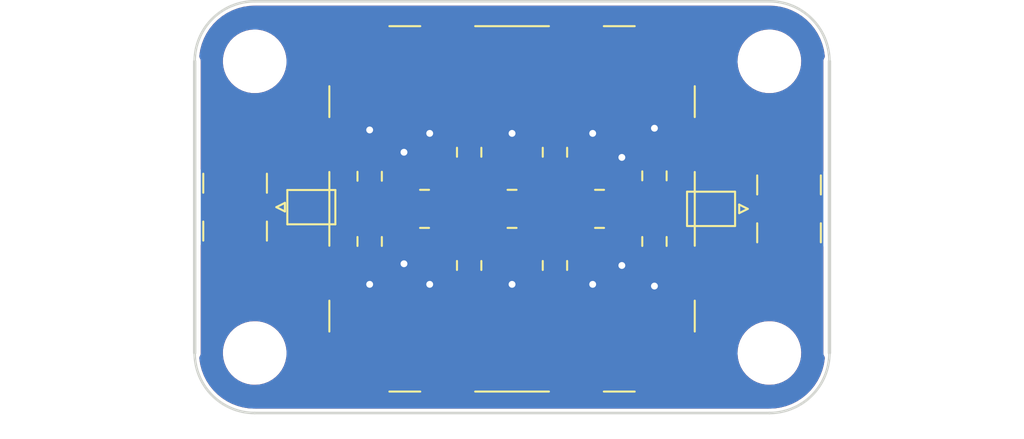
<source format=kicad_pcb>
(kicad_pcb (version 20211014) (generator pcbnew)
  (layers (0 "F.Cu" signal) (31 "B.Cu" signal) (34 "B.Paste" user) (35 "F.Paste" user) (36 "B.SilkS" user "B.Silkscreen") (37 "F.SilkS" user "F.Silkscreen") (38 "B.Mask" user) (39 "F.Mask" user) (44 "Edge.Cuts" user))
  (net 0 "")
  (net 1 "GND")
  (net 2 "Net-(JP1-Pad1)")
  (net 3 "Net-(R3-Pad1)")
  (net 4 "Net-(JP1-Pad2)")
  (net 5 "Net-(JP2-Pad1)")
  (net 6 "Net-(JP2-Pad2)")
  (net 7 "Net-(R6-Pad1)")
  (footprint "Connector_Coaxial:SMA_Samtec_SMA-J-P-X-ST-EM1_EdgeMount" (layer "F.Cu") (at 62 92.1 90)
    (fp_text reference "P2" hide)
    (fp_text value "BNC")
    (fp_line (start 0.84 2) (end 1.95 2) (layer "F.SilkS") (width 0.12))
    (fp_line (start -0.25 -2.76) (end 0 -2.26) (layer "F.SilkS") (width 0.12))
    (fp_line (start -1.95 2) (end -0.84 2) (layer "F.SilkS") (width 0.12))
    (fp_line (start 0.25 -2.76) (end -0.25 -2.76) (layer "F.SilkS") (width 0.12))
    (fp_line (start 0 -2.26) (end 0.25 -2.76) (layer "F.SilkS") (width 0.12))
    (fp_line (start 0.84 -1.71) (end 1.95 -1.71) (layer "F.SilkS") (width 0.12))
    (fp_line (start -1.95 -1.71) (end -0.84 -1.71) (layer "F.SilkS") (width 0.12))
    (pad "1" smd rect locked (at 0 0.2 90) (size 1.27 3.6) (layers "F.Cu" "F.Paste" "F.Mask") (net 6 "Net-(JP2-Pad2)"))
    (pad "2" smd rect locked (at -2.825 0 90) (size 1.35 4.2) (layers "F.Cu" "F.Paste" "F.Mask") (net 1 "GND"))
    (pad "2" smd rect locked (at 2.825 0 90) (size 1.35 4.2) (layers "B.Cu" "B.Paste" "B.Mask") (net 1 "GND"))
    (pad "2" smd rect locked (at 2.825 0 90) (size 1.35 4.2) (layers "F.Cu" "F.Paste" "F.Mask") (net 1 "GND"))
    (pad "2" smd rect locked (at -2.825 0 90) (size 1.35 4.2) (layers "B.Cu" "B.Paste" "B.Mask") (net 1 "GND"))
  )
  (footprint "Inductor_SMD:L_0805_2012Metric_Pad1.15x1.40mm_HandSolder" (layer "F.Cu") (at 37.7 90.2 90)
    (fp_text reference "R1" hide)
    (fp_text value "R")
    (fp_line (start -0.261252 0.71) (end 0.261252 0.71) (layer "F.SilkS") (width 0.12))
    (fp_line (start -0.261252 -0.71) (end 0.261252 -0.71) (layer "F.SilkS") (width 0.12))
    (pad "1" smd roundrect locked (at -1.025 0 90) (size 1.15 1.4) (layers "F.Cu" "F.Paste" "F.Mask") (roundrect_rratio 0.217391) (net 4 "Net-(JP1-Pad2)"))
    (pad "2" smd roundrect locked (at 1.025 0 90) (size 1.15 1.4) (layers "F.Cu" "F.Paste" "F.Mask") (roundrect_rratio 0.217391) (net 1 "GND"))
  )
  (footprint "Inductor_SMD:L_0805_2012Metric_Pad1.15x1.40mm_HandSolder" (layer "F.Cu") (at 37.7 94 90)
    (fp_text reference "R2" hide)
    (fp_text value "R")
    (fp_line (start -0.261252 0.71) (end 0.261252 0.71) (layer "F.SilkS") (width 0.12))
    (fp_line (start -0.261252 -0.71) (end 0.261252 -0.71) (layer "F.SilkS") (width 0.12))
    (pad "1" smd roundrect locked (at -1.025 0 90) (size 1.15 1.4) (layers "F.Cu" "F.Paste" "F.Mask") (roundrect_rratio 0.217391) (net 1 "GND"))
    (pad "2" smd roundrect locked (at 1.025 0 90) (size 1.15 1.4) (layers "F.Cu" "F.Paste" "F.Mask") (roundrect_rratio 0.217391) (net 4 "Net-(JP1-Pad2)"))
  )
  (footprint "hnch:L_1008_0805_0603_HandSolder_Combo" (layer "F.Cu") (at 40.9 92.1 180)
    (fp_text reference "R3" hide)
    (fp_text value "R")
    (fp_line (start -0.261252 1.11) (end 0.261252 1.11) (layer "F.SilkS") (width 0.12))
    (fp_line (start -0.261252 -1.11) (end 0.261252 -1.11) (layer "F.SilkS") (width 0.12))
    (pad "1" smd roundrect (at -1.1625 0 180) (size 1.425 2.2) (layers "F.Cu" "F.Paste" "F.Mask") (roundrect_rratio 0.175439) (net 3 "Net-(R3-Pad1)"))
    (pad "1" smd roundrect (at -0.7875 0.025 180) (size 0.875 0.95) (layers "F.Cu" "F.Paste" "F.Mask") (net 3 "Net-(R3-Pad1)"))
    (pad "2" smd roundrect (at 0.7875 0.025 180) (size 0.875 0.95) (layers "F.Cu" "F.Paste" "F.Mask") (net 4 "Net-(JP1-Pad2)"))
    (pad "2" smd roundrect (at 1.1625 0 180) (size 1.425 2.2) (layers "F.Cu" "F.Paste" "F.Mask") (roundrect_rratio 0.175439) (net 4 "Net-(JP1-Pad2)"))
  )
  (footprint "Inductor_SMD:L_0805_2012Metric_Pad1.15x1.40mm_HandSolder" (layer "F.Cu") (at 43.5 88.8 90)
    (fp_text reference "R4" hide)
    (fp_text value "R")
    (fp_line (start -0.261252 -0.71) (end 0.261252 -0.71) (layer "F.SilkS") (width 0.12))
    (fp_line (start -0.261252 0.71) (end 0.261252 0.71) (layer "F.SilkS") (width 0.12))
    (pad "1" smd roundrect locked (at -1.025 0 90) (size 1.15 1.4) (layers "F.Cu" "F.Paste" "F.Mask") (roundrect_rratio 0.217391) (net 3 "Net-(R3-Pad1)"))
    (pad "2" smd roundrect locked (at 1.025 0 90) (size 1.15 1.4) (layers "F.Cu" "F.Paste" "F.Mask") (roundrect_rratio 0.217391) (net 1 "GND"))
  )
  (footprint "Inductor_SMD:L_0805_2012Metric_Pad1.15x1.40mm_HandSolder" (layer "F.Cu") (at 43.5 95.4 90)
    (fp_text reference "R5" hide)
    (fp_text value "R")
    (fp_line (start -0.261252 0.71) (end 0.261252 0.71) (layer "F.SilkS") (width 0.12))
    (fp_line (start -0.261252 -0.71) (end 0.261252 -0.71) (layer "F.SilkS") (width 0.12))
    (pad "1" smd roundrect locked (at -1.025 0 90) (size 1.15 1.4) (layers "F.Cu" "F.Paste" "F.Mask") (roundrect_rratio 0.217391) (net 1 "GND"))
    (pad "2" smd roundrect locked (at 1.025 0 90) (size 1.15 1.4) (layers "F.Cu" "F.Paste" "F.Mask") (roundrect_rratio 0.217391) (net 3 "Net-(R3-Pad1)"))
  )
  (footprint "hnch:L_1008_0805_0603_HandSolder_Combo" (layer "F.Cu") (at 46 92.1 180)
    (fp_text reference "R6" hide)
    (fp_text value "R")
    (fp_line (start -0.261252 -1.11) (end 0.261252 -1.11) (layer "F.SilkS") (width 0.12))
    (fp_line (start -0.261252 1.11) (end 0.261252 1.11) (layer "F.SilkS") (width 0.12))
    (pad "1" smd roundrect (at -0.7875 0.025 180) (size 0.875 0.95) (layers "F.Cu" "F.Paste" "F.Mask") (net 7 "Net-(R6-Pad1)"))
    (pad "1" smd roundrect (at -1.1625 0 180) (size 1.425 2.2) (layers "F.Cu" "F.Paste" "F.Mask") (roundrect_rratio 0.175439) (net 7 "Net-(R6-Pad1)"))
    (pad "2" smd roundrect (at 1.1625 0 180) (size 1.425 2.2) (layers "F.Cu" "F.Paste" "F.Mask") (roundrect_rratio 0.175439) (net 3 "Net-(R3-Pad1)"))
    (pad "2" smd roundrect (at 0.7875 0.025 180) (size 0.875 0.95) (layers "F.Cu" "F.Paste" "F.Mask") (net 3 "Net-(R3-Pad1)"))
  )
  (footprint "Inductor_SMD:L_0805_2012Metric_Pad1.15x1.40mm_HandSolder" (layer "F.Cu") (at 48.5 88.8 90)
    (fp_text reference "R7" hide)
    (fp_text value "R")
    (fp_line (start -0.261252 -0.71) (end 0.261252 -0.71) (layer "F.SilkS") (width 0.12))
    (fp_line (start -0.261252 0.71) (end 0.261252 0.71) (layer "F.SilkS") (width 0.12))
    (pad "1" smd roundrect locked (at -1.025 0 90) (size 1.15 1.4) (layers "F.Cu" "F.Paste" "F.Mask") (roundrect_rratio 0.217391) (net 7 "Net-(R6-Pad1)"))
    (pad "2" smd roundrect locked (at 1.025 0 90) (size 1.15 1.4) (layers "F.Cu" "F.Paste" "F.Mask") (roundrect_rratio 0.217391) (net 1 "GND"))
  )
  (footprint "Inductor_SMD:L_0805_2012Metric_Pad1.15x1.40mm_HandSolder" (layer "F.Cu") (at 48.5 95.4 90)
    (fp_text reference "R8" hide)
    (fp_text value "R")
    (fp_line (start -0.261252 0.71) (end 0.261252 0.71) (layer "F.SilkS") (width 0.12))
    (fp_line (start -0.261252 -0.71) (end 0.261252 -0.71) (layer "F.SilkS") (width 0.12))
    (pad "1" smd roundrect locked (at -1.025 0 90) (size 1.15 1.4) (layers "F.Cu" "F.Paste" "F.Mask") (roundrect_rratio 0.217391) (net 1 "GND"))
    (pad "2" smd roundrect locked (at 1.025 0 90) (size 1.15 1.4) (layers "F.Cu" "F.Paste" "F.Mask") (roundrect_rratio 0.217391) (net 7 "Net-(R6-Pad1)"))
  )
  (footprint "hnch:L_1008_0805_0603_HandSolder_Combo" (layer "F.Cu") (at 51.1 92.1 180)
    (fp_text reference "R9" hide)
    (fp_text value "R")
    (fp_line (start -0.261252 1.11) (end 0.261252 1.11) (layer "F.SilkS") (width 0.12))
    (fp_line (start -0.261252 -1.11) (end 0.261252 -1.11) (layer "F.SilkS") (width 0.12))
    (pad "1" smd roundrect (at -1.1625 0 180) (size 1.425 2.2) (layers "F.Cu" "F.Paste" "F.Mask") (roundrect_rratio 0.175439) (net 5 "Net-(JP2-Pad1)"))
    (pad "1" smd roundrect (at -0.7875 0.025 180) (size 0.875 0.95) (layers "F.Cu" "F.Paste" "F.Mask") (net 5 "Net-(JP2-Pad1)"))
    (pad "2" smd roundrect (at 0.7875 0.025 180) (size 0.875 0.95) (layers "F.Cu" "F.Paste" "F.Mask") (net 7 "Net-(R6-Pad1)"))
    (pad "2" smd roundrect (at 1.1625 0 180) (size 1.425 2.2) (layers "F.Cu" "F.Paste" "F.Mask") (roundrect_rratio 0.175439) (net 7 "Net-(R6-Pad1)"))
  )
  (footprint "Connector_Coaxial:SMA_Samtec_SMA-J-P-X-ST-EM1_EdgeMount" (layer "F.Cu") (at 30 92 -90)
    (fp_text reference "P1" hide)
    (fp_text value "BNC")
    (fp_line (start 0.25 -2.76) (end -0.25 -2.76) (layer "F.SilkS") (width 0.12))
    (fp_line (start 0.84 2) (end 1.95 2) (layer "F.SilkS") (width 0.12))
    (fp_line (start 0 -2.26) (end 0.25 -2.76) (layer "F.SilkS") (width 0.12))
    (fp_line (start -1.95 2) (end -0.84 2) (layer "F.SilkS") (width 0.12))
    (fp_line (start -1.95 -1.71) (end -0.84 -1.71) (layer "F.SilkS") (width 0.12))
    (fp_line (start 0.84 -1.71) (end 1.95 -1.71) (layer "F.SilkS") (width 0.12))
    (fp_line (start -0.25 -2.76) (end 0 -2.26) (layer "F.SilkS") (width 0.12))
    (pad "1" smd rect locked (at 0 0.2 270) (size 1.27 3.6) (layers "F.Cu" "F.Paste" "F.Mask") (net 2 "Net-(JP1-Pad1)"))
    (pad "2" smd rect locked (at -2.825 0 270) (size 1.35 4.2) (layers "F.Cu" "F.Paste" "F.Mask") (net 1 "GND"))
    (pad "2" smd rect locked (at 2.825 0 270) (size 1.35 4.2) (layers "B.Cu" "B.Paste" "B.Mask") (net 1 "GND"))
    (pad "2" smd rect locked (at 2.825 0 270) (size 1.35 4.2) (layers "F.Cu" "F.Paste" "F.Mask") (net 1 "GND"))
    (pad "2" smd rect locked (at -2.825 0 270) (size 1.35 4.2) (layers "B.Cu" "B.Paste" "B.Mask") (net 1 "GND"))
  )
  (footprint "Inductor_SMD:L_0805_2012Metric_Pad1.15x1.40mm_HandSolder" (layer "F.Cu") (at 54.3 94 -90)
    (fp_text reference "R10" hide)
    (fp_text value "R")
    (fp_line (start -0.261252 -0.71) (end 0.261252 -0.71) (layer "F.SilkS") (width 0.12))
    (fp_line (start -0.261252 0.71) (end 0.261252 0.71) (layer "F.SilkS") (width 0.12))
    (pad "1" smd roundrect locked (at -1.025 0 270) (size 1.15 1.4) (layers "F.Cu" "F.Paste" "F.Mask") (roundrect_rratio 0.217391) (net 5 "Net-(JP2-Pad1)"))
    (pad "2" smd roundrect locked (at 1.025 0 270) (size 1.15 1.4) (layers "F.Cu" "F.Paste" "F.Mask") (roundrect_rratio 0.217391) (net 1 "GND"))
  )
  (footprint "Inductor_SMD:L_0805_2012Metric_Pad1.15x1.40mm_HandSolder" (layer "F.Cu") (at 54.3 90.175 -90)
    (fp_text reference "R11" hide)
    (fp_text value "R")
    (fp_line (start -0.261252 -0.71) (end 0.261252 -0.71) (layer "F.SilkS") (width 0.12))
    (fp_line (start -0.261252 0.71) (end 0.261252 0.71) (layer "F.SilkS") (width 0.12))
    (pad "1" smd roundrect locked (at -1.025 0 270) (size 1.15 1.4) (layers "F.Cu" "F.Paste" "F.Mask") (roundrect_rratio 0.217391) (net 1 "GND"))
    (pad "2" smd roundrect locked (at 1.025 0 270) (size 1.15 1.4) (layers "F.Cu" "F.Paste" "F.Mask") (roundrect_rratio 0.217391) (net 5 "Net-(JP2-Pad1)"))
  )
  (footprint "Jumper:SolderJumper-2_P1.3mm_Bridged2Bar_Pad1.0x1.5mm" (layer "F.Cu") (at 34.3 92)
    (fp_text reference "JP1" hide)
    (fp_text value "SolderJumper_2_Bridged")
    (fp_poly (pts (xy -0.25 0.2) (xy 0.25 0.2) (xy 0.25 0.6) (xy -0.25 0.6)) (layer "F.Cu") (width 0) (fill solid))
    (fp_poly (pts (xy -0.25 -0.6) (xy 0.25 -0.6) (xy 0.25 -0.2) (xy -0.25 -0.2)) (layer "F.Cu") (width 0) (fill solid))
    (fp_line (start -1.4 1) (end -1.4 -1) (layer "F.SilkS") (width 0.12))
    (fp_line (start 1.4 -1) (end 1.4 1) (layer "F.SilkS") (width 0.12))
    (fp_line (start 1.4 1) (end -1.4 1) (layer "F.SilkS") (width 0.12))
    (fp_line (start -1.4 -1) (end 1.4 -1) (layer "F.SilkS") (width 0.12))
    (pad "1" smd rect locked (at -0.65 0) (size 1 1.5) (layers "F.Cu" "F.Mask") (net 2 "Net-(JP1-Pad1)"))
    (pad "2" smd rect locked (at 0.65 0) (size 1 1.5) (layers "F.Cu" "F.Mask") (net 4 "Net-(JP1-Pad2)"))
  )
  (footprint "MountingHole:MountingHole_3.2mm_M3" (layer "F.Cu") (at 31 83.5)
    (fp_text reference "H4" hide)
    (fp_text value "MountingHole")
    (pad "" np_thru_hole circle locked (at 0 0) (size 3.2 3.2) (drill 3.2) (layers *.Cu *.Mask))
  )
  (footprint "MountingHole:MountingHole_3.2mm_M3" (layer "F.Cu") (at 31 100.5)
    (fp_text reference "H3" hide)
    (fp_text value "MountingHole")
    (pad "" np_thru_hole circle locked (at 0 0) (size 3.2 3.2) (drill 3.2) (layers *.Cu *.Mask))
  )
  (footprint "MountingHole:MountingHole_3.2mm_M3" (layer "F.Cu") (at 61 83.5)
    (fp_text reference "H2" hide)
    (fp_text value "MountingHole")
    (pad "" np_thru_hole circle locked (at 0 0) (size 3.2 3.2) (drill 3.2) (layers *.Cu *.Mask))
  )
  (footprint "Jumper:SolderJumper-2_P1.3mm_Bridged2Bar_Pad1.0x1.5mm" (layer "F.Cu") (at 57.6 92.1)
    (fp_text reference "JP2" hide)
    (fp_text value "SolderJumper_2_Bridged")
    (fp_poly (pts (xy -0.25 0.2) (xy 0.25 0.2) (xy 0.25 0.6) (xy -0.25 0.6)) (layer "F.Cu") (width 0) (fill solid))
    (fp_poly (pts (xy -0.25 -0.6) (xy 0.25 -0.6) (xy 0.25 -0.2) (xy -0.25 -0.2)) (layer "F.Cu") (width 0) (fill solid))
    (fp_line (start -1.4 -1) (end 1.4 -1) (layer "F.SilkS") (width 0.12))
    (fp_line (start 1.4 1) (end -1.4 1) (layer "F.SilkS") (width 0.12))
    (fp_line (start 1.4 -1) (end 1.4 1) (layer "F.SilkS") (width 0.12))
    (fp_line (start -1.4 1) (end -1.4 -1) (layer "F.SilkS") (width 0.12))
    (pad "1" smd rect locked (at -0.65 0) (size 1 1.5) (layers "F.Cu" "F.Mask") (net 5 "Net-(JP2-Pad1)"))
    (pad "2" smd rect locked (at 0.65 0) (size 1 1.5) (layers "F.Cu" "F.Mask") (net 6 "Net-(JP2-Pad2)"))
  )
  (footprint "RF_Shielding:Wuerth_36103205_20x20mm" (layer "F.Cu") (at 46 92.1)
    (fp_text reference "J1" hide)
    (fp_text value "RFShield_OnePiece")
    (fp_line (start -7.15 -10.65) (end -5.35 -10.65) (layer "F.SilkS") (width 0.12))
    (fp_line (start -2.15 -10.65) (end 2.15 -10.65) (layer "F.SilkS") (width 0.12))
    (fp_line (start 10.65 5.35) (end 10.65 7.15) (layer "F.SilkS") (width 0.12))
    (fp_line (start -7.15 10.65) (end -5.35 10.65) (layer "F.SilkS") (width 0.12))
    (fp_line (start 10.65 -2.15) (end 10.65 2.15) (layer "F.SilkS") (width 0.12))
    (fp_line (start 5.35 -10.65) (end 7.15 -10.65) (layer "F.SilkS") (width 0.12))
    (fp_line (start -10.65 -7.15) (end -10.65 -5.35) (layer "F.SilkS") (width 0.12))
    (fp_line (start -10.65 -2.15) (end -10.65 2.15) (layer "F.SilkS") (width 0.12))
    (fp_line (start -2.15 10.65) (end 2.15 10.65) (layer "F.SilkS") (width 0.12))
    (fp_line (start 10.65 -7.15) (end 10.65 -5.35) (layer "F.SilkS") (width 0.12))
    (fp_line (start -10.65 5.35) (end -10.65 7.15) (layer "F.SilkS") (width 0.12))
    (fp_line (start 5.35 10.65) (end 7.15 10.65) (layer "F.SilkS") (width 0.12))
    (pad "1" smd rect locked (at -10.25 3.75) (size 1 2.6) (layers "F.Cu" "F.Paste" "F.Mask") (net 1 "GND"))
    (pad "1" smd rect locked (at 10.25 10.25) (size 1 1) (layers "F.Cu" "F.Paste" "F.Mask") (net 1 "GND"))
    (pad "1" smd rect locked (at -10.25 -10.25) (size 1 1) (layers "F.Cu" "F.Paste" "F.Mask") (net 1 "GND"))
    (pad "1" smd rect locked (at -10.25 8.6) (size 1 2.3) (layers "F.Cu" "F.Paste" "F.Mask") (net 1 "GND"))
    (pad "1" smd rect locked (at 10.25 8.6) (size 1 2.3) (layers "F.Cu" "F.Paste" "F.Mask") (net 1 "GND"))
    (pad "1" smd rect locked (at -3.75 10.25) (size 2.6 1) (layers "F.Cu" "F.Paste" "F.Mask") (net 1 "GND"))
    (pad "1" smd rect locked (at -10.25 10.25) (size 1 1) (layers "F.Cu" "F.Paste" "F.Mask") (net 1 "GND"))
    (pad "1" smd rect locked (at -8.6 -10.25) (size 2.3 1) (layers "F.Cu" "F.Paste" "F.Mask") (net 1 "GND"))
    (pad "1" smd rect locked (at -10.25 -8.6) (size 1 2.3) (layers "F.Cu" "F.Paste" "F.Mask") (net 1 "GND"))
    (pad "1" smd rect locked (at 8.6 -10.25) (size 2.3 1) (layers "F.Cu" "F.Paste" "F.Mask") (net 1 "GND"))
    (pad "1" smd rect locked (at 10.25 -8.6) (size 1 2.3) (layers "F.Cu" "F.Paste" "F.Mask") (net 1 "GND"))
    (pad "1" smd rect locked (at -3.75 -10.25) (size 2.6 1) (layers "F.Cu" "F.Paste" "F.Mask") (net 1 "GND"))
    (pad "1" smd rect locked (at 10.25 3.75) (size 1 2.6) (layers "F.Cu" "F.Paste" "F.Mask") (net 1 "GND"))
    (pad "1" smd rect locked (at 10.25 -3.75) (size 1 2.6) (layers "F.Cu" "F.Paste" "F.Mask") (net 1 "GND"))
    (pad "1" smd rect locked (at 3.75 10.25) (size 2.6 1) (layers "F.Cu" "F.Paste" "F.Mask") (net 1 "GND"))
    (pad "1" smd rect locked (at 8.6 10.25) (size 2.3 1) (layers "F.Cu" "F.Paste" "F.Mask") (net 1 "GND"))
    (pad "1" smd rect locked (at 10.25 -10.25) (size 1 1) (layers "F.Cu" "F.Paste" "F.Mask") (net 1 "GND"))
    (pad "1" smd rect locked (at -10.25 -3.75) (size 1 2.6) (layers "F.Cu" "F.Paste" "F.Mask") (net 1 "GND"))
    (pad "1" smd rect locked (at 3.75 -10.25) (size 2.6 1) (layers "F.Cu" "F.Paste" "F.Mask") (net 1 "GND"))
    (pad "1" smd rect locked (at -8.6 10.25) (size 2.3 1) (layers "F.Cu" "F.Paste" "F.Mask") (net 1 "GND"))
  )
  (footprint "MountingHole:MountingHole_3.2mm_M3" (layer "F.Cu") (at 61 100.5)
    (fp_text reference "H1" hide)
    (fp_text value "MountingHole")
    (pad "" np_thru_hole circle locked (at 0 0) (size 3.2 3.2) (drill 3.2) (layers *.Cu *.Mask))
  )
  (gr_line (start 61 80) (end 31 80) (layer "Edge.Cuts") (width 0.15))
  (gr_arc (start 31 104) (mid 28.525126 102.974874) (end 27.5 100.5) (layer "Edge.Cuts") (width 0.15))
  (gr_arc (start 27.5 83.5) (mid 28.525126 81.025126) (end 31 80) (layer "Edge.Cuts") (width 0.15))
  (gr_line (start 64.5 100.5) (end 64.5 83.5) (layer "Edge.Cuts") (width 0.2))
  (gr_arc (start 61 80) (mid 63.474874 81.025126) (end 64.5 83.5) (layer "Edge.Cuts") (width 0.15))
  (gr_arc (start 64.5 100.5) (mid 63.474874 102.974874) (end 61 104) (layer "Edge.Cuts") (width 0.15))
  (gr_line (start 31 104) (end 61 104) (layer "Edge.Cuts") (width 0.15))
  (gr_line (start 27.5 83.5) (end 27.5 100.5) (layer "Edge.Cuts") (width 0.2))
  (segment (start 34.75 80.75) (end 35.75 81.75) (width 0.25) (layer "F.Cu") (net 1))
  (segment (start 56.25 88.75) (end 56.25 88.25) (width 0.25) (layer "F.Cu") (net 1))
  (segment (start 56.25 81.75) (end 56.75 81.75) (width 0.25) (layer "F.Cu") (net 1))
  (segment (start 56.75 102.25) (end 57.75 103.25) (width 0.25) (layer "F.Cu") (net 1))
  (segment (start 56.25 102.25) (end 56.75 102.25) (width 0.25) (layer "F.Cu") (net 1))
  (segment (start 34.25 80.75) (end 34.75 80.75) (width 0.25) (layer "F.Cu") (net 1))
  (segment (start 56.25 100.6) (end 56.25 102.25) (width 0.25) (layer "F.Cu") (net 1))
  (segment (start 35.75 102.25) (end 35.75 100.6) (width 0.25) (layer "F.Cu") (net 1))
  (segment (start 56.75 81.75) (end 57.75 80.75) (width 0.25) (layer "F.Cu") (net 1))
  (segment (start 37.4 81.75) (end 35.75 81.75) (width 0.25) (layer "F.Cu") (net 1))
  (via (at 41.2 96.5) (size 0.6) (drill 0.4) (layers "F.Cu" "B.Cu") (net 1))
  (via (at 39.7 88.8) (size 0.6) (drill 0.4) (layers "F.Cu" "B.Cu") (net 1))
  (via (at 39.7 95.3) (size 0.6) (drill 0.4) (layers "F.Cu" "B.Cu") (net 1))
  (via (at 46 96.5) (size 0.6) (drill 0.4) (layers "F.Cu" "B.Cu") (net 1))
  (via (at 50.7 96.5) (size 0.6) (drill 0.4) (layers "F.Cu" "B.Cu") (net 1))
  (via (at 46 87.7) (size 0.6) (drill 0.4) (layers "F.Cu" "B.Cu") (net 1))
  (via (at 41.2 87.7) (size 0.6) (drill 0.4) (layers "F.Cu" "B.Cu") (net 1))
  (via (at 54.3 87.4) (size 0.6) (drill 0.4) (layers "F.Cu" "B.Cu") (net 1))
  (via (at 52.4 89.1) (size 0.6) (drill 0.4) (layers "F.Cu" "B.Cu") (net 1))
  (via (at 54.3 96.6) (size 0.6) (drill 0.4) (layers "F.Cu" "B.Cu") (net 1))
  (via (at 52.4 95.4) (size 0.6) (drill 0.4) (layers "F.Cu" "B.Cu") (net 1))
  (via (at 37.7 96.5) (size 0.6) (drill 0.4) (layers "F.Cu" "B.Cu") (net 1))
  (via (at 50.7 87.7) (size 0.6) (drill 0.4) (layers "F.Cu" "B.Cu") (net 1))
  (via (at 37.7 87.5) (size 0.6) (drill 0.4) (layers "F.Cu" "B.Cu") (net 1))
  (zone (net 0) (net_name "") (layer "F.Cu") (connect_pads yes (clearance 0)) (min_thickness 0.254)
    (keepout (tracks allowed) (vias allowed) (pads allowed) (copperpour not_allowed) (footprints allowed))
    (fill yes (thermal_gap 0.508) (thermal_bridge_width 0.508))
    (polygon (pts (xy 27.910129 94.1) (xy 36.5 94.1) (xy 36.494936 93.4) (xy 27.905065 93.4)))
  )
  (zone (net 0) (net_name "") (layer "F.Cu") (connect_pads yes (clearance 0)) (min_thickness 0.254)
    (keepout (tracks allowed) (vias allowed) (pads allowed) (copperpour not_allowed) (footprints allowed))
    (fill (thermal_gap 0.508) (thermal_bridge_width 0.508))
    (polygon (pts (xy 55.5 90.7) (xy 64.243672 90.7) (xy 64.243672 90) (xy 55.5 90)))
  )
  (zone (net 0) (net_name "") (layer "F.Cu") (connect_pads yes (clearance 0)) (min_thickness 0.254)
    (keepout (tracks allowed) (vias allowed) (pads allowed) (copperpour not_allowed) (footprints allowed))
    (fill (thermal_gap 0.508) (thermal_bridge_width 0.508))
    (polygon (pts (xy 55.5 94.2) (xy 64.143184 94.2) (xy 64.143184 93.5) (xy 55.5 93.5)))
  )
  (zone (net 4) (net_name "Net-(JP1-Pad2)") (layer "F.Cu") (priority 1) (connect_pads yes (clearance 0.254)) (min_thickness 0.254) (fill yes (thermal_gap 0.508) (thermal_bridge_width 0.508) (smoothing fillet))
    (polygon (pts (xy 40.4 93.5875) (xy 34.5 93.5875) (xy 34.5 90.5875) (xy 40.4 90.5875)))
  )
  (zone (net 0) (net_name "") (layer "F.Cu") (connect_pads yes (clearance 0)) (min_thickness 0.254)
    (keepout (tracks allowed) (vias allowed) (pads allowed) (copperpour not_allowed) (footprints allowed))
    (fill yes (thermal_gap 0.508) (thermal_bridge_width 0.508))
    (polygon (pts (xy 27.8 90.6) (xy 36.5 90.6) (xy 36.5 89.9) (xy 27.8 89.9)))
  )
  (zone (net 0) (net_name "") (layer "F.Cu") (connect_pads yes (clearance 0)) (min_thickness 0.254)
    (keepout (tracks allowed) (vias allowed) (pads allowed) (copperpour not_allowed) (footprints allowed))
    (fill (thermal_gap 0.508) (thermal_bridge_width 0.508))
    (polygon (pts (xy 51.7 90.6) (xy 55.543672 90.6) (xy 55.543672 89.7) (xy 51.7 89.7)))
  )
  (zone (net 0) (net_name "") (layer "F.Cu") (connect_pads yes (clearance 0)) (min_thickness 0.254)
    (keepout (tracks allowed) (vias allowed) (pads allowed) (copperpour not_allowed) (footprints allowed))
    (fill (thermal_gap 0.508) (thermal_bridge_width 0.508))
    (polygon (pts (xy 45.6 95.2) (xy 46.5 95.2) (xy 46.5 89) (xy 45.6 89)))
  )
  (zone (net 0) (net_name "") (layer "F.Cu") (connect_pads yes (clearance 0)) (min_thickness 0.254)
    (keepout (tracks allowed) (vias allowed) (pads allowed) (copperpour not_allowed) (footprints allowed))
    (fill (thermal_gap 0.508) (thermal_bridge_width 0.508))
    (polygon (pts (xy 40.4 89.3) (xy 51.7 89.3) (xy 51.7 88.1) (xy 40.4 88.1)))
  )
  (zone (net 5) (net_name "Net-(JP2-Pad1)") (layer "F.Cu") (priority 1) (connect_pads yes (clearance 0.254)) (min_thickness 0.254) (fill yes (thermal_gap 0.508) (thermal_bridge_width 0.508) (smoothing fillet))
    (polygon (pts (xy 57.4 93.5875) (xy 51.7 93.5875) (xy 51.7 90.4875) (xy 57.4 90.4875)))
  )
  (zone (net 0) (net_name "") (layer "F.Cu") (connect_pads yes (clearance 0)) (min_thickness 0.254)
    (keepout (tracks allowed) (vias allowed) (pads allowed) (copperpour not_allowed) (footprints allowed))
    (fill (thermal_gap 0.508) (thermal_bridge_width 0.508))
    (polygon (pts (xy 50.7 95.2) (xy 51.7 95.2) (xy 51.7 89) (xy 50.7 89)))
  )
  (zone (net 7) (net_name "Net-(R6-Pad1)") (layer "F.Cu") (priority 1) (connect_pads yes (clearance 0.254)) (min_thickness 0.254) (fill yes (thermal_gap 0.508) (thermal_bridge_width 0.508) (smoothing fillet))
    (polygon (pts (xy 50.7 94.8875) (xy 46.5 94.8875) (xy 46.5 89.2875) (xy 50.7 89.2875)))
  )
  (zone (net 0) (net_name "") (layer "F.Cu") (connect_pads yes (clearance 0)) (min_thickness 0.254)
    (keepout (tracks allowed) (vias allowed) (pads allowed) (copperpour not_allowed) (footprints allowed))
    (fill (thermal_gap 0.508) (thermal_bridge_width 0.508))
    (polygon (pts (xy 36.593443 90.3) (xy 40.437115 90.3) (xy 40.437115 89.4) (xy 36.593443 89.4)))
  )
  (zone (net 0) (net_name "") (layer "F.Cu") (connect_pads yes (clearance 0)) (min_thickness 0.254)
    (keepout (tracks allowed) (vias allowed) (pads allowed) (copperpour not_allowed) (footprints allowed))
    (fill (thermal_gap 0.508) (thermal_bridge_width 0.508))
    (polygon (pts (xy 40.4 95.2) (xy 41.4 95.2) (xy 41.4 89) (xy 40.4 89)))
  )
  (zone (net 3) (net_name "Net-(R3-Pad1)") (layer "F.Cu") (priority 3) (connect_pads yes (clearance 0.254)) (min_thickness 0.254) (fill yes (thermal_gap 0.508) (thermal_bridge_width 0.508) (smoothing fillet))
    (polygon (pts (xy 45.6 94.8875) (xy 41.4 94.8875) (xy 41.4 89.2875) (xy 45.6 89.2875)))
  )
  (zone (net 0) (net_name "") (layer "F.Cu") (connect_pads yes (clearance 0)) (min_thickness 0.254)
    (keepout (tracks allowed) (vias allowed) (pads allowed) (copperpour not_allowed) (footprints allowed))
    (fill (thermal_gap 0.508) (thermal_bridge_width 0.508))
    (polygon (pts (xy 40.4 96.1) (xy 51.7 96.1) (xy 51.7 94.9) (xy 40.4 94.9)))
  )
  (zone (net 2) (net_name "Net-(JP1-Pad1)") (layer "F.Cu") (priority 1) (connect_pads yes (clearance 0.254)) (min_thickness 0.254) (fill yes (thermal_gap 0.508) (thermal_bridge_width 0.508))
    (polygon (pts (xy 34.1 93) (xy 33 93) (xy 31.4 92.6) (xy 31.4 91.4) (xy 33 91.2) (xy 34.1 91.2)))
  )
  (zone (net 1) (net_name "GND") (layer "F.Cu") (connect_pads (clearance 0.254)) (min_thickness 0.254) (fill yes (thermal_gap 0.508) (thermal_bridge_width 0.508) (smoothing fillet))
    (polygon (pts (xy 27.75 80.25) (xy 64.25 80.25) (xy 64.25 103.75) (xy 27.75 103.75)))
  )
  (zone (net 6) (net_name "Net-(JP2-Pad2)") (layer "F.Cu") (priority 1) (connect_pads yes (clearance 0.254)) (min_thickness 0.254) (fill yes (thermal_gap 0.508) (thermal_bridge_width 0.508) (smoothing fillet))
    (polygon (pts (xy 60.5 91.5) (xy 60.5 92.7) (xy 58.8 92.9) (xy 57.8 92.9) (xy 57.8 91.3) (xy 58.8 91.3)))
  )
  (zone (net 0) (net_name "") (layer "F.Cu") (connect_pads yes (clearance 0)) (min_thickness 0.254)
    (keepout (tracks allowed) (vias allowed) (pads allowed) (copperpour not_allowed) (footprints allowed))
    (fill (thermal_gap 0.508) (thermal_bridge_width 0.508))
    (polygon (pts (xy 51.7 94.8) (xy 55.543672 94.8) (xy 55.543672 93.9) (xy 51.7 93.9)))
  )
  (zone (net 0) (net_name "") (layer "F.Cu") (connect_pads yes (clearance 0)) (min_thickness 0.254)
    (keepout (tracks allowed) (vias allowed) (pads allowed) (copperpour not_allowed) (footprints allowed))
    (fill (thermal_gap 0.508) (thermal_bridge_width 0.508))
    (polygon (pts (xy 36.6 94.784144) (xy 40.443672 94.784144) (xy 40.443672 93.884144) (xy 36.6 93.884144)))
  )
  (zone (net 1) (net_name "GND") (layer "B.Cu") (priority 1) (connect_pads yes (clearance 0.254)) (min_thickness 0.254) (fill yes (thermal_gap 0.508) (thermal_bridge_width 0.508))
    (polygon (pts (xy 27.75 80.25) (xy 64.25 80.25) (xy 64.25 103.75) (xy 27.75 103.75)))
  )
)
</source>
